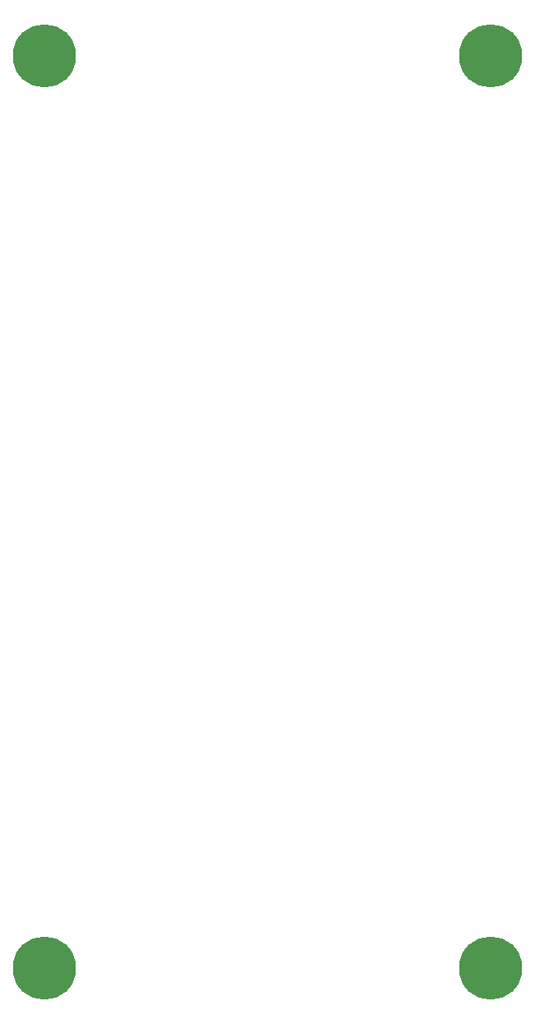
<source format=gbr>
%TF.GenerationSoftware,KiCad,Pcbnew,7.0.9*%
%TF.CreationDate,2024-01-29T20:39:36+05:30*%
%TF.ProjectId,Inverter,496e7665-7274-4657-922e-6b696361645f,rev?*%
%TF.SameCoordinates,Original*%
%TF.FileFunction,NonPlated,1,4,NPTH,Drill*%
%TF.FilePolarity,Positive*%
%FSLAX46Y46*%
G04 Gerber Fmt 4.6, Leading zero omitted, Abs format (unit mm)*
G04 Created by KiCad (PCBNEW 7.0.9) date 2024-01-29 20:39:36*
%MOMM*%
%LPD*%
G01*
G04 APERTURE LIST*
%TA.AperFunction,ComponentDrill*%
%ADD10C,6.500000*%
%TD*%
G04 APERTURE END LIST*
D10*
%TO.C,U7*%
X38010800Y-22249800D03*
X38010800Y-116249800D03*
X84010800Y-22249800D03*
X84010800Y-116249800D03*
M02*

</source>
